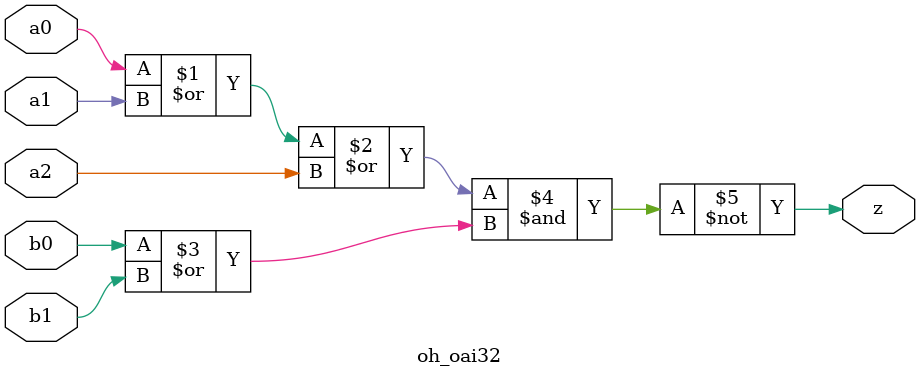
<source format=v>
module oh_oai32(	// file.cleaned.mlir:2:3
  input  a0,	// file.cleaned.mlir:2:26
         a1,	// file.cleaned.mlir:2:39
         a2,	// file.cleaned.mlir:2:52
         b0,	// file.cleaned.mlir:2:65
         b1,	// file.cleaned.mlir:2:78
  output z	// file.cleaned.mlir:2:92
);

  assign z = ~((a0 | a1 | a2) & (b0 | b1));	// file.cleaned.mlir:4:10, :5:10, :6:10, :7:10, :8:5
endmodule


</source>
